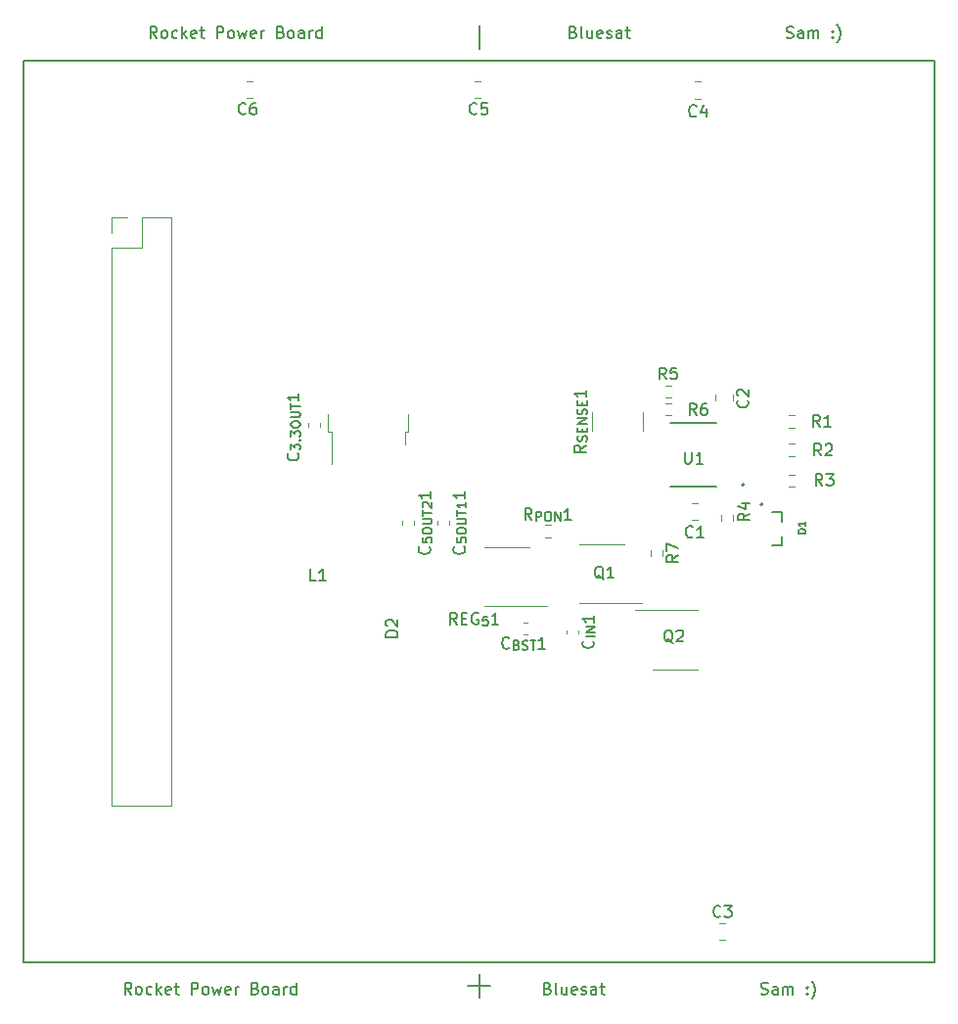
<source format=gbr>
%TF.GenerationSoftware,KiCad,Pcbnew,(6.0.5)*%
%TF.CreationDate,2022-12-11T20:22:43+11:00*%
%TF.ProjectId,Battery Board,42617474-6572-4792-9042-6f6172642e6b,1*%
%TF.SameCoordinates,Original*%
%TF.FileFunction,Legend,Top*%
%TF.FilePolarity,Positive*%
%FSLAX46Y46*%
G04 Gerber Fmt 4.6, Leading zero omitted, Abs format (unit mm)*
G04 Created by KiCad (PCBNEW (6.0.5)) date 2022-12-11 20:22:43*
%MOMM*%
%LPD*%
G01*
G04 APERTURE LIST*
%ADD10C,0.150000*%
%ADD11C,0.120000*%
%ADD12C,0.127000*%
%ADD13C,0.200000*%
G04 APERTURE END LIST*
D10*
X136585714Y-133628571D02*
X136728571Y-133676190D01*
X136776190Y-133723809D01*
X136823809Y-133819047D01*
X136823809Y-133961904D01*
X136776190Y-134057142D01*
X136728571Y-134104761D01*
X136633333Y-134152380D01*
X136252380Y-134152380D01*
X136252380Y-133152380D01*
X136585714Y-133152380D01*
X136680952Y-133200000D01*
X136728571Y-133247619D01*
X136776190Y-133342857D01*
X136776190Y-133438095D01*
X136728571Y-133533333D01*
X136680952Y-133580952D01*
X136585714Y-133628571D01*
X136252380Y-133628571D01*
X137395238Y-134152380D02*
X137300000Y-134104761D01*
X137252380Y-134009523D01*
X137252380Y-133152380D01*
X138204761Y-133485714D02*
X138204761Y-134152380D01*
X137776190Y-133485714D02*
X137776190Y-134009523D01*
X137823809Y-134104761D01*
X137919047Y-134152380D01*
X138061904Y-134152380D01*
X138157142Y-134104761D01*
X138204761Y-134057142D01*
X139061904Y-134104761D02*
X138966666Y-134152380D01*
X138776190Y-134152380D01*
X138680952Y-134104761D01*
X138633333Y-134009523D01*
X138633333Y-133628571D01*
X138680952Y-133533333D01*
X138776190Y-133485714D01*
X138966666Y-133485714D01*
X139061904Y-133533333D01*
X139109523Y-133628571D01*
X139109523Y-133723809D01*
X138633333Y-133819047D01*
X139490476Y-134104761D02*
X139585714Y-134152380D01*
X139776190Y-134152380D01*
X139871428Y-134104761D01*
X139919047Y-134009523D01*
X139919047Y-133961904D01*
X139871428Y-133866666D01*
X139776190Y-133819047D01*
X139633333Y-133819047D01*
X139538095Y-133771428D01*
X139490476Y-133676190D01*
X139490476Y-133628571D01*
X139538095Y-133533333D01*
X139633333Y-133485714D01*
X139776190Y-133485714D01*
X139871428Y-133533333D01*
X140776190Y-134152380D02*
X140776190Y-133628571D01*
X140728571Y-133533333D01*
X140633333Y-133485714D01*
X140442857Y-133485714D01*
X140347619Y-133533333D01*
X140776190Y-134104761D02*
X140680952Y-134152380D01*
X140442857Y-134152380D01*
X140347619Y-134104761D01*
X140300000Y-134009523D01*
X140300000Y-133914285D01*
X140347619Y-133819047D01*
X140442857Y-133771428D01*
X140680952Y-133771428D01*
X140776190Y-133723809D01*
X141109523Y-133485714D02*
X141490476Y-133485714D01*
X141252380Y-133152380D02*
X141252380Y-134009523D01*
X141300000Y-134104761D01*
X141395238Y-134152380D01*
X141490476Y-134152380D01*
X155042857Y-134104761D02*
X155185714Y-134152380D01*
X155423809Y-134152380D01*
X155519047Y-134104761D01*
X155566666Y-134057142D01*
X155614285Y-133961904D01*
X155614285Y-133866666D01*
X155566666Y-133771428D01*
X155519047Y-133723809D01*
X155423809Y-133676190D01*
X155233333Y-133628571D01*
X155138095Y-133580952D01*
X155090476Y-133533333D01*
X155042857Y-133438095D01*
X155042857Y-133342857D01*
X155090476Y-133247619D01*
X155138095Y-133200000D01*
X155233333Y-133152380D01*
X155471428Y-133152380D01*
X155614285Y-133200000D01*
X156471428Y-134152380D02*
X156471428Y-133628571D01*
X156423809Y-133533333D01*
X156328571Y-133485714D01*
X156138095Y-133485714D01*
X156042857Y-133533333D01*
X156471428Y-134104761D02*
X156376190Y-134152380D01*
X156138095Y-134152380D01*
X156042857Y-134104761D01*
X155995238Y-134009523D01*
X155995238Y-133914285D01*
X156042857Y-133819047D01*
X156138095Y-133771428D01*
X156376190Y-133771428D01*
X156471428Y-133723809D01*
X156947619Y-134152380D02*
X156947619Y-133485714D01*
X156947619Y-133580952D02*
X156995238Y-133533333D01*
X157090476Y-133485714D01*
X157233333Y-133485714D01*
X157328571Y-133533333D01*
X157376190Y-133628571D01*
X157376190Y-134152380D01*
X157376190Y-133628571D02*
X157423809Y-133533333D01*
X157519047Y-133485714D01*
X157661904Y-133485714D01*
X157757142Y-133533333D01*
X157804761Y-133628571D01*
X157804761Y-134152380D01*
X159042857Y-134057142D02*
X159090476Y-134104761D01*
X159042857Y-134152380D01*
X158995238Y-134104761D01*
X159042857Y-134057142D01*
X159042857Y-134152380D01*
X159042857Y-133533333D02*
X159090476Y-133580952D01*
X159042857Y-133628571D01*
X158995238Y-133580952D01*
X159042857Y-133533333D01*
X159042857Y-133628571D01*
X159423809Y-134533333D02*
X159471428Y-134485714D01*
X159566666Y-134342857D01*
X159614285Y-134247619D01*
X159661904Y-134104761D01*
X159709523Y-133866666D01*
X159709523Y-133676190D01*
X159661904Y-133438095D01*
X159614285Y-133295238D01*
X159566666Y-133200000D01*
X159471428Y-133057142D01*
X159423809Y-133009523D01*
X100566666Y-134152380D02*
X100233333Y-133676190D01*
X99995238Y-134152380D02*
X99995238Y-133152380D01*
X100376190Y-133152380D01*
X100471428Y-133200000D01*
X100519047Y-133247619D01*
X100566666Y-133342857D01*
X100566666Y-133485714D01*
X100519047Y-133580952D01*
X100471428Y-133628571D01*
X100376190Y-133676190D01*
X99995238Y-133676190D01*
X101138095Y-134152380D02*
X101042857Y-134104761D01*
X100995238Y-134057142D01*
X100947619Y-133961904D01*
X100947619Y-133676190D01*
X100995238Y-133580952D01*
X101042857Y-133533333D01*
X101138095Y-133485714D01*
X101280952Y-133485714D01*
X101376190Y-133533333D01*
X101423809Y-133580952D01*
X101471428Y-133676190D01*
X101471428Y-133961904D01*
X101423809Y-134057142D01*
X101376190Y-134104761D01*
X101280952Y-134152380D01*
X101138095Y-134152380D01*
X102328571Y-134104761D02*
X102233333Y-134152380D01*
X102042857Y-134152380D01*
X101947619Y-134104761D01*
X101900000Y-134057142D01*
X101852380Y-133961904D01*
X101852380Y-133676190D01*
X101900000Y-133580952D01*
X101947619Y-133533333D01*
X102042857Y-133485714D01*
X102233333Y-133485714D01*
X102328571Y-133533333D01*
X102757142Y-134152380D02*
X102757142Y-133152380D01*
X102852380Y-133771428D02*
X103138095Y-134152380D01*
X103138095Y-133485714D02*
X102757142Y-133866666D01*
X103947619Y-134104761D02*
X103852380Y-134152380D01*
X103661904Y-134152380D01*
X103566666Y-134104761D01*
X103519047Y-134009523D01*
X103519047Y-133628571D01*
X103566666Y-133533333D01*
X103661904Y-133485714D01*
X103852380Y-133485714D01*
X103947619Y-133533333D01*
X103995238Y-133628571D01*
X103995238Y-133723809D01*
X103519047Y-133819047D01*
X104280952Y-133485714D02*
X104661904Y-133485714D01*
X104423809Y-133152380D02*
X104423809Y-134009523D01*
X104471428Y-134104761D01*
X104566666Y-134152380D01*
X104661904Y-134152380D01*
X105757142Y-134152380D02*
X105757142Y-133152380D01*
X106138095Y-133152380D01*
X106233333Y-133200000D01*
X106280952Y-133247619D01*
X106328571Y-133342857D01*
X106328571Y-133485714D01*
X106280952Y-133580952D01*
X106233333Y-133628571D01*
X106138095Y-133676190D01*
X105757142Y-133676190D01*
X106900000Y-134152380D02*
X106804761Y-134104761D01*
X106757142Y-134057142D01*
X106709523Y-133961904D01*
X106709523Y-133676190D01*
X106757142Y-133580952D01*
X106804761Y-133533333D01*
X106900000Y-133485714D01*
X107042857Y-133485714D01*
X107138095Y-133533333D01*
X107185714Y-133580952D01*
X107233333Y-133676190D01*
X107233333Y-133961904D01*
X107185714Y-134057142D01*
X107138095Y-134104761D01*
X107042857Y-134152380D01*
X106900000Y-134152380D01*
X107566666Y-133485714D02*
X107757142Y-134152380D01*
X107947619Y-133676190D01*
X108138095Y-134152380D01*
X108328571Y-133485714D01*
X109090476Y-134104761D02*
X108995238Y-134152380D01*
X108804761Y-134152380D01*
X108709523Y-134104761D01*
X108661904Y-134009523D01*
X108661904Y-133628571D01*
X108709523Y-133533333D01*
X108804761Y-133485714D01*
X108995238Y-133485714D01*
X109090476Y-133533333D01*
X109138095Y-133628571D01*
X109138095Y-133723809D01*
X108661904Y-133819047D01*
X109566666Y-134152380D02*
X109566666Y-133485714D01*
X109566666Y-133676190D02*
X109614285Y-133580952D01*
X109661904Y-133533333D01*
X109757142Y-133485714D01*
X109852380Y-133485714D01*
X111280952Y-133628571D02*
X111423809Y-133676190D01*
X111471428Y-133723809D01*
X111519047Y-133819047D01*
X111519047Y-133961904D01*
X111471428Y-134057142D01*
X111423809Y-134104761D01*
X111328571Y-134152380D01*
X110947619Y-134152380D01*
X110947619Y-133152380D01*
X111280952Y-133152380D01*
X111376190Y-133200000D01*
X111423809Y-133247619D01*
X111471428Y-133342857D01*
X111471428Y-133438095D01*
X111423809Y-133533333D01*
X111376190Y-133580952D01*
X111280952Y-133628571D01*
X110947619Y-133628571D01*
X112090476Y-134152380D02*
X111995238Y-134104761D01*
X111947619Y-134057142D01*
X111900000Y-133961904D01*
X111900000Y-133676190D01*
X111947619Y-133580952D01*
X111995238Y-133533333D01*
X112090476Y-133485714D01*
X112233333Y-133485714D01*
X112328571Y-133533333D01*
X112376190Y-133580952D01*
X112423809Y-133676190D01*
X112423809Y-133961904D01*
X112376190Y-134057142D01*
X112328571Y-134104761D01*
X112233333Y-134152380D01*
X112090476Y-134152380D01*
X113280952Y-134152380D02*
X113280952Y-133628571D01*
X113233333Y-133533333D01*
X113138095Y-133485714D01*
X112947619Y-133485714D01*
X112852380Y-133533333D01*
X113280952Y-134104761D02*
X113185714Y-134152380D01*
X112947619Y-134152380D01*
X112852380Y-134104761D01*
X112804761Y-134009523D01*
X112804761Y-133914285D01*
X112852380Y-133819047D01*
X112947619Y-133771428D01*
X113185714Y-133771428D01*
X113280952Y-133723809D01*
X113757142Y-134152380D02*
X113757142Y-133485714D01*
X113757142Y-133676190D02*
X113804761Y-133580952D01*
X113852380Y-133533333D01*
X113947619Y-133485714D01*
X114042857Y-133485714D01*
X114804761Y-134152380D02*
X114804761Y-133152380D01*
X114804761Y-134104761D02*
X114709523Y-134152380D01*
X114519047Y-134152380D01*
X114423809Y-134104761D01*
X114376190Y-134057142D01*
X114328571Y-133961904D01*
X114328571Y-133676190D01*
X114376190Y-133580952D01*
X114423809Y-133533333D01*
X114519047Y-133485714D01*
X114709523Y-133485714D01*
X114804761Y-133533333D01*
X157242857Y-51404761D02*
X157385714Y-51452380D01*
X157623809Y-51452380D01*
X157719047Y-51404761D01*
X157766666Y-51357142D01*
X157814285Y-51261904D01*
X157814285Y-51166666D01*
X157766666Y-51071428D01*
X157719047Y-51023809D01*
X157623809Y-50976190D01*
X157433333Y-50928571D01*
X157338095Y-50880952D01*
X157290476Y-50833333D01*
X157242857Y-50738095D01*
X157242857Y-50642857D01*
X157290476Y-50547619D01*
X157338095Y-50500000D01*
X157433333Y-50452380D01*
X157671428Y-50452380D01*
X157814285Y-50500000D01*
X158671428Y-51452380D02*
X158671428Y-50928571D01*
X158623809Y-50833333D01*
X158528571Y-50785714D01*
X158338095Y-50785714D01*
X158242857Y-50833333D01*
X158671428Y-51404761D02*
X158576190Y-51452380D01*
X158338095Y-51452380D01*
X158242857Y-51404761D01*
X158195238Y-51309523D01*
X158195238Y-51214285D01*
X158242857Y-51119047D01*
X158338095Y-51071428D01*
X158576190Y-51071428D01*
X158671428Y-51023809D01*
X159147619Y-51452380D02*
X159147619Y-50785714D01*
X159147619Y-50880952D02*
X159195238Y-50833333D01*
X159290476Y-50785714D01*
X159433333Y-50785714D01*
X159528571Y-50833333D01*
X159576190Y-50928571D01*
X159576190Y-51452380D01*
X159576190Y-50928571D02*
X159623809Y-50833333D01*
X159719047Y-50785714D01*
X159861904Y-50785714D01*
X159957142Y-50833333D01*
X160004761Y-50928571D01*
X160004761Y-51452380D01*
X161242857Y-51357142D02*
X161290476Y-51404761D01*
X161242857Y-51452380D01*
X161195238Y-51404761D01*
X161242857Y-51357142D01*
X161242857Y-51452380D01*
X161242857Y-50833333D02*
X161290476Y-50880952D01*
X161242857Y-50928571D01*
X161195238Y-50880952D01*
X161242857Y-50833333D01*
X161242857Y-50928571D01*
X161623809Y-51833333D02*
X161671428Y-51785714D01*
X161766666Y-51642857D01*
X161814285Y-51547619D01*
X161861904Y-51404761D01*
X161909523Y-51166666D01*
X161909523Y-50976190D01*
X161861904Y-50738095D01*
X161814285Y-50595238D01*
X161766666Y-50500000D01*
X161671428Y-50357142D01*
X161623809Y-50309523D01*
X138785714Y-50928571D02*
X138928571Y-50976190D01*
X138976190Y-51023809D01*
X139023809Y-51119047D01*
X139023809Y-51261904D01*
X138976190Y-51357142D01*
X138928571Y-51404761D01*
X138833333Y-51452380D01*
X138452380Y-51452380D01*
X138452380Y-50452380D01*
X138785714Y-50452380D01*
X138880952Y-50500000D01*
X138928571Y-50547619D01*
X138976190Y-50642857D01*
X138976190Y-50738095D01*
X138928571Y-50833333D01*
X138880952Y-50880952D01*
X138785714Y-50928571D01*
X138452380Y-50928571D01*
X139595238Y-51452380D02*
X139500000Y-51404761D01*
X139452380Y-51309523D01*
X139452380Y-50452380D01*
X140404761Y-50785714D02*
X140404761Y-51452380D01*
X139976190Y-50785714D02*
X139976190Y-51309523D01*
X140023809Y-51404761D01*
X140119047Y-51452380D01*
X140261904Y-51452380D01*
X140357142Y-51404761D01*
X140404761Y-51357142D01*
X141261904Y-51404761D02*
X141166666Y-51452380D01*
X140976190Y-51452380D01*
X140880952Y-51404761D01*
X140833333Y-51309523D01*
X140833333Y-50928571D01*
X140880952Y-50833333D01*
X140976190Y-50785714D01*
X141166666Y-50785714D01*
X141261904Y-50833333D01*
X141309523Y-50928571D01*
X141309523Y-51023809D01*
X140833333Y-51119047D01*
X141690476Y-51404761D02*
X141785714Y-51452380D01*
X141976190Y-51452380D01*
X142071428Y-51404761D01*
X142119047Y-51309523D01*
X142119047Y-51261904D01*
X142071428Y-51166666D01*
X141976190Y-51119047D01*
X141833333Y-51119047D01*
X141738095Y-51071428D01*
X141690476Y-50976190D01*
X141690476Y-50928571D01*
X141738095Y-50833333D01*
X141833333Y-50785714D01*
X141976190Y-50785714D01*
X142071428Y-50833333D01*
X142976190Y-51452380D02*
X142976190Y-50928571D01*
X142928571Y-50833333D01*
X142833333Y-50785714D01*
X142642857Y-50785714D01*
X142547619Y-50833333D01*
X142976190Y-51404761D02*
X142880952Y-51452380D01*
X142642857Y-51452380D01*
X142547619Y-51404761D01*
X142500000Y-51309523D01*
X142500000Y-51214285D01*
X142547619Y-51119047D01*
X142642857Y-51071428D01*
X142880952Y-51071428D01*
X142976190Y-51023809D01*
X143309523Y-50785714D02*
X143690476Y-50785714D01*
X143452380Y-50452380D02*
X143452380Y-51309523D01*
X143500000Y-51404761D01*
X143595238Y-51452380D01*
X143690476Y-51452380D01*
X102766666Y-51452380D02*
X102433333Y-50976190D01*
X102195238Y-51452380D02*
X102195238Y-50452380D01*
X102576190Y-50452380D01*
X102671428Y-50500000D01*
X102719047Y-50547619D01*
X102766666Y-50642857D01*
X102766666Y-50785714D01*
X102719047Y-50880952D01*
X102671428Y-50928571D01*
X102576190Y-50976190D01*
X102195238Y-50976190D01*
X103338095Y-51452380D02*
X103242857Y-51404761D01*
X103195238Y-51357142D01*
X103147619Y-51261904D01*
X103147619Y-50976190D01*
X103195238Y-50880952D01*
X103242857Y-50833333D01*
X103338095Y-50785714D01*
X103480952Y-50785714D01*
X103576190Y-50833333D01*
X103623809Y-50880952D01*
X103671428Y-50976190D01*
X103671428Y-51261904D01*
X103623809Y-51357142D01*
X103576190Y-51404761D01*
X103480952Y-51452380D01*
X103338095Y-51452380D01*
X104528571Y-51404761D02*
X104433333Y-51452380D01*
X104242857Y-51452380D01*
X104147619Y-51404761D01*
X104100000Y-51357142D01*
X104052380Y-51261904D01*
X104052380Y-50976190D01*
X104100000Y-50880952D01*
X104147619Y-50833333D01*
X104242857Y-50785714D01*
X104433333Y-50785714D01*
X104528571Y-50833333D01*
X104957142Y-51452380D02*
X104957142Y-50452380D01*
X105052380Y-51071428D02*
X105338095Y-51452380D01*
X105338095Y-50785714D02*
X104957142Y-51166666D01*
X106147619Y-51404761D02*
X106052380Y-51452380D01*
X105861904Y-51452380D01*
X105766666Y-51404761D01*
X105719047Y-51309523D01*
X105719047Y-50928571D01*
X105766666Y-50833333D01*
X105861904Y-50785714D01*
X106052380Y-50785714D01*
X106147619Y-50833333D01*
X106195238Y-50928571D01*
X106195238Y-51023809D01*
X105719047Y-51119047D01*
X106480952Y-50785714D02*
X106861904Y-50785714D01*
X106623809Y-50452380D02*
X106623809Y-51309523D01*
X106671428Y-51404761D01*
X106766666Y-51452380D01*
X106861904Y-51452380D01*
X107957142Y-51452380D02*
X107957142Y-50452380D01*
X108338095Y-50452380D01*
X108433333Y-50500000D01*
X108480952Y-50547619D01*
X108528571Y-50642857D01*
X108528571Y-50785714D01*
X108480952Y-50880952D01*
X108433333Y-50928571D01*
X108338095Y-50976190D01*
X107957142Y-50976190D01*
X109100000Y-51452380D02*
X109004761Y-51404761D01*
X108957142Y-51357142D01*
X108909523Y-51261904D01*
X108909523Y-50976190D01*
X108957142Y-50880952D01*
X109004761Y-50833333D01*
X109100000Y-50785714D01*
X109242857Y-50785714D01*
X109338095Y-50833333D01*
X109385714Y-50880952D01*
X109433333Y-50976190D01*
X109433333Y-51261904D01*
X109385714Y-51357142D01*
X109338095Y-51404761D01*
X109242857Y-51452380D01*
X109100000Y-51452380D01*
X109766666Y-50785714D02*
X109957142Y-51452380D01*
X110147619Y-50976190D01*
X110338095Y-51452380D01*
X110528571Y-50785714D01*
X111290476Y-51404761D02*
X111195238Y-51452380D01*
X111004761Y-51452380D01*
X110909523Y-51404761D01*
X110861904Y-51309523D01*
X110861904Y-50928571D01*
X110909523Y-50833333D01*
X111004761Y-50785714D01*
X111195238Y-50785714D01*
X111290476Y-50833333D01*
X111338095Y-50928571D01*
X111338095Y-51023809D01*
X110861904Y-51119047D01*
X111766666Y-51452380D02*
X111766666Y-50785714D01*
X111766666Y-50976190D02*
X111814285Y-50880952D01*
X111861904Y-50833333D01*
X111957142Y-50785714D01*
X112052380Y-50785714D01*
X113480952Y-50928571D02*
X113623809Y-50976190D01*
X113671428Y-51023809D01*
X113719047Y-51119047D01*
X113719047Y-51261904D01*
X113671428Y-51357142D01*
X113623809Y-51404761D01*
X113528571Y-51452380D01*
X113147619Y-51452380D01*
X113147619Y-50452380D01*
X113480952Y-50452380D01*
X113576190Y-50500000D01*
X113623809Y-50547619D01*
X113671428Y-50642857D01*
X113671428Y-50738095D01*
X113623809Y-50833333D01*
X113576190Y-50880952D01*
X113480952Y-50928571D01*
X113147619Y-50928571D01*
X114290476Y-51452380D02*
X114195238Y-51404761D01*
X114147619Y-51357142D01*
X114100000Y-51261904D01*
X114100000Y-50976190D01*
X114147619Y-50880952D01*
X114195238Y-50833333D01*
X114290476Y-50785714D01*
X114433333Y-50785714D01*
X114528571Y-50833333D01*
X114576190Y-50880952D01*
X114623809Y-50976190D01*
X114623809Y-51261904D01*
X114576190Y-51357142D01*
X114528571Y-51404761D01*
X114433333Y-51452380D01*
X114290476Y-51452380D01*
X115480952Y-51452380D02*
X115480952Y-50928571D01*
X115433333Y-50833333D01*
X115338095Y-50785714D01*
X115147619Y-50785714D01*
X115052380Y-50833333D01*
X115480952Y-51404761D02*
X115385714Y-51452380D01*
X115147619Y-51452380D01*
X115052380Y-51404761D01*
X115004761Y-51309523D01*
X115004761Y-51214285D01*
X115052380Y-51119047D01*
X115147619Y-51071428D01*
X115385714Y-51071428D01*
X115480952Y-51023809D01*
X115957142Y-51452380D02*
X115957142Y-50785714D01*
X115957142Y-50976190D02*
X116004761Y-50880952D01*
X116052380Y-50833333D01*
X116147619Y-50785714D01*
X116242857Y-50785714D01*
X117004761Y-51452380D02*
X117004761Y-50452380D01*
X117004761Y-51404761D02*
X116909523Y-51452380D01*
X116719047Y-51452380D01*
X116623809Y-51404761D01*
X116576190Y-51357142D01*
X116528571Y-51261904D01*
X116528571Y-50976190D01*
X116576190Y-50880952D01*
X116623809Y-50833333D01*
X116719047Y-50785714D01*
X116909523Y-50785714D01*
X117004761Y-50833333D01*
%TO.C,R_{SENSE}1*%
X139872380Y-86671428D02*
X139396190Y-87004761D01*
X139872380Y-87242857D02*
X138872380Y-87242857D01*
X138872380Y-86861904D01*
X138920000Y-86766666D01*
X138967619Y-86719047D01*
X139062857Y-86671428D01*
X139205714Y-86671428D01*
X139300952Y-86719047D01*
X139348571Y-86766666D01*
X139396190Y-86861904D01*
X139396190Y-87242857D01*
X139943809Y-86328571D02*
X139981904Y-86214285D01*
X139981904Y-86023809D01*
X139943809Y-85947619D01*
X139905714Y-85909523D01*
X139829523Y-85871428D01*
X139753333Y-85871428D01*
X139677142Y-85909523D01*
X139639047Y-85947619D01*
X139600952Y-86023809D01*
X139562857Y-86176190D01*
X139524761Y-86252380D01*
X139486666Y-86290476D01*
X139410476Y-86328571D01*
X139334285Y-86328571D01*
X139258095Y-86290476D01*
X139220000Y-86252380D01*
X139181904Y-86176190D01*
X139181904Y-85985714D01*
X139220000Y-85871428D01*
X139562857Y-85528571D02*
X139562857Y-85261904D01*
X139981904Y-85147619D02*
X139981904Y-85528571D01*
X139181904Y-85528571D01*
X139181904Y-85147619D01*
X139981904Y-84804761D02*
X139181904Y-84804761D01*
X139981904Y-84347619D01*
X139181904Y-84347619D01*
X139943809Y-84004761D02*
X139981904Y-83890476D01*
X139981904Y-83700000D01*
X139943809Y-83623809D01*
X139905714Y-83585714D01*
X139829523Y-83547619D01*
X139753333Y-83547619D01*
X139677142Y-83585714D01*
X139639047Y-83623809D01*
X139600952Y-83700000D01*
X139562857Y-83852380D01*
X139524761Y-83928571D01*
X139486666Y-83966666D01*
X139410476Y-84004761D01*
X139334285Y-84004761D01*
X139258095Y-83966666D01*
X139220000Y-83928571D01*
X139181904Y-83852380D01*
X139181904Y-83661904D01*
X139220000Y-83547619D01*
X139562857Y-83204761D02*
X139562857Y-82938095D01*
X139981904Y-82823809D02*
X139981904Y-83204761D01*
X139181904Y-83204761D01*
X139181904Y-82823809D01*
X139872380Y-81909523D02*
X139872380Y-82480952D01*
X139872380Y-82195238D02*
X138872380Y-82195238D01*
X139015238Y-82290476D01*
X139110476Y-82385714D01*
X139158095Y-82480952D01*
%TO.C,C5*%
X130433333Y-57957142D02*
X130385714Y-58004761D01*
X130242857Y-58052380D01*
X130147619Y-58052380D01*
X130004761Y-58004761D01*
X129909523Y-57909523D01*
X129861904Y-57814285D01*
X129814285Y-57623809D01*
X129814285Y-57480952D01*
X129861904Y-57290476D01*
X129909523Y-57195238D01*
X130004761Y-57100000D01*
X130147619Y-57052380D01*
X130242857Y-57052380D01*
X130385714Y-57100000D01*
X130433333Y-57147619D01*
X131338095Y-57052380D02*
X130861904Y-57052380D01*
X130814285Y-57528571D01*
X130861904Y-57480952D01*
X130957142Y-57433333D01*
X131195238Y-57433333D01*
X131290476Y-57480952D01*
X131338095Y-57528571D01*
X131385714Y-57623809D01*
X131385714Y-57861904D01*
X131338095Y-57957142D01*
X131290476Y-58004761D01*
X131195238Y-58052380D01*
X130957142Y-58052380D01*
X130861904Y-58004761D01*
X130814285Y-57957142D01*
%TO.C,L1*%
X116521333Y-98360380D02*
X116045142Y-98360380D01*
X116045142Y-97360380D01*
X117378476Y-98360380D02*
X116807047Y-98360380D01*
X117092761Y-98360380D02*
X117092761Y-97360380D01*
X116997523Y-97503238D01*
X116902285Y-97598476D01*
X116807047Y-97646095D01*
%TO.C,C6*%
X110433333Y-57957142D02*
X110385714Y-58004761D01*
X110242857Y-58052380D01*
X110147619Y-58052380D01*
X110004761Y-58004761D01*
X109909523Y-57909523D01*
X109861904Y-57814285D01*
X109814285Y-57623809D01*
X109814285Y-57480952D01*
X109861904Y-57290476D01*
X109909523Y-57195238D01*
X110004761Y-57100000D01*
X110147619Y-57052380D01*
X110242857Y-57052380D01*
X110385714Y-57100000D01*
X110433333Y-57147619D01*
X111290476Y-57052380D02*
X111100000Y-57052380D01*
X111004761Y-57100000D01*
X110957142Y-57147619D01*
X110861904Y-57290476D01*
X110814285Y-57480952D01*
X110814285Y-57861904D01*
X110861904Y-57957142D01*
X110909523Y-58004761D01*
X111004761Y-58052380D01*
X111195238Y-58052380D01*
X111290476Y-58004761D01*
X111338095Y-57957142D01*
X111385714Y-57861904D01*
X111385714Y-57623809D01*
X111338095Y-57528571D01*
X111290476Y-57480952D01*
X111195238Y-57433333D01*
X111004761Y-57433333D01*
X110909523Y-57480952D01*
X110861904Y-57528571D01*
X110814285Y-57623809D01*
%TO.C,C_{IN}1*%
X140487142Y-103576190D02*
X140534761Y-103623809D01*
X140582380Y-103766666D01*
X140582380Y-103861904D01*
X140534761Y-104004761D01*
X140439523Y-104100000D01*
X140344285Y-104147619D01*
X140153809Y-104195238D01*
X140010952Y-104195238D01*
X139820476Y-104147619D01*
X139725238Y-104100000D01*
X139630000Y-104004761D01*
X139582380Y-103861904D01*
X139582380Y-103766666D01*
X139630000Y-103623809D01*
X139677619Y-103576190D01*
X140691904Y-103195238D02*
X139891904Y-103195238D01*
X140691904Y-102814285D02*
X139891904Y-102814285D01*
X140691904Y-102357142D01*
X139891904Y-102357142D01*
X140582380Y-101404761D02*
X140582380Y-101976190D01*
X140582380Y-101690476D02*
X139582380Y-101690476D01*
X139725238Y-101785714D01*
X139820476Y-101880952D01*
X139868095Y-101976190D01*
%TO.C,U1*%
X148438095Y-87252380D02*
X148438095Y-88061904D01*
X148485714Y-88157142D01*
X148533333Y-88204761D01*
X148628571Y-88252380D01*
X148819047Y-88252380D01*
X148914285Y-88204761D01*
X148961904Y-88157142D01*
X149009523Y-88061904D01*
X149009523Y-87252380D01*
X150009523Y-88252380D02*
X149438095Y-88252380D01*
X149723809Y-88252380D02*
X149723809Y-87252380D01*
X149628571Y-87395238D01*
X149533333Y-87490476D01*
X149438095Y-87538095D01*
%TO.C,C_{5OUT1}1*%
X129325142Y-95441928D02*
X129372761Y-95489547D01*
X129420380Y-95632404D01*
X129420380Y-95727642D01*
X129372761Y-95870500D01*
X129277523Y-95965738D01*
X129182285Y-96013357D01*
X128991809Y-96060976D01*
X128848952Y-96060976D01*
X128658476Y-96013357D01*
X128563238Y-95965738D01*
X128468000Y-95870500D01*
X128420380Y-95727642D01*
X128420380Y-95632404D01*
X128468000Y-95489547D01*
X128515619Y-95441928D01*
X128729904Y-94680023D02*
X128729904Y-95060976D01*
X129110857Y-95099071D01*
X129072761Y-95060976D01*
X129034666Y-94984785D01*
X129034666Y-94794309D01*
X129072761Y-94718119D01*
X129110857Y-94680023D01*
X129187047Y-94641928D01*
X129377523Y-94641928D01*
X129453714Y-94680023D01*
X129491809Y-94718119D01*
X129529904Y-94794309D01*
X129529904Y-94984785D01*
X129491809Y-95060976D01*
X129453714Y-95099071D01*
X128729904Y-94146690D02*
X128729904Y-93994309D01*
X128768000Y-93918119D01*
X128844190Y-93841928D01*
X128996571Y-93803833D01*
X129263238Y-93803833D01*
X129415619Y-93841928D01*
X129491809Y-93918119D01*
X129529904Y-93994309D01*
X129529904Y-94146690D01*
X129491809Y-94222880D01*
X129415619Y-94299071D01*
X129263238Y-94337166D01*
X128996571Y-94337166D01*
X128844190Y-94299071D01*
X128768000Y-94222880D01*
X128729904Y-94146690D01*
X128729904Y-93460976D02*
X129377523Y-93460976D01*
X129453714Y-93422880D01*
X129491809Y-93384785D01*
X129529904Y-93308595D01*
X129529904Y-93156214D01*
X129491809Y-93080023D01*
X129453714Y-93041928D01*
X129377523Y-93003833D01*
X128729904Y-93003833D01*
X128729904Y-92737166D02*
X128729904Y-92280023D01*
X129529904Y-92508595D02*
X128729904Y-92508595D01*
X129529904Y-91594309D02*
X129529904Y-92051452D01*
X129529904Y-91822880D02*
X128729904Y-91822880D01*
X128844190Y-91899071D01*
X128920380Y-91975261D01*
X128958476Y-92051452D01*
X129420380Y-90680023D02*
X129420380Y-91251452D01*
X129420380Y-90965738D02*
X128420380Y-90965738D01*
X128563238Y-91060976D01*
X128658476Y-91156214D01*
X128706095Y-91251452D01*
%TO.C,REG_{5}1*%
X128700000Y-102152380D02*
X128366666Y-101676190D01*
X128128571Y-102152380D02*
X128128571Y-101152380D01*
X128509523Y-101152380D01*
X128604761Y-101200000D01*
X128652380Y-101247619D01*
X128700000Y-101342857D01*
X128700000Y-101485714D01*
X128652380Y-101580952D01*
X128604761Y-101628571D01*
X128509523Y-101676190D01*
X128128571Y-101676190D01*
X129128571Y-101628571D02*
X129461904Y-101628571D01*
X129604761Y-102152380D02*
X129128571Y-102152380D01*
X129128571Y-101152380D01*
X129604761Y-101152380D01*
X130557142Y-101200000D02*
X130461904Y-101152380D01*
X130319047Y-101152380D01*
X130176190Y-101200000D01*
X130080952Y-101295238D01*
X130033333Y-101390476D01*
X129985714Y-101580952D01*
X129985714Y-101723809D01*
X130033333Y-101914285D01*
X130080952Y-102009523D01*
X130176190Y-102104761D01*
X130319047Y-102152380D01*
X130414285Y-102152380D01*
X130557142Y-102104761D01*
X130604761Y-102057142D01*
X130604761Y-101723809D01*
X130414285Y-101723809D01*
X131366666Y-101461904D02*
X130985714Y-101461904D01*
X130947619Y-101842857D01*
X130985714Y-101804761D01*
X131061904Y-101766666D01*
X131252380Y-101766666D01*
X131328571Y-101804761D01*
X131366666Y-101842857D01*
X131404761Y-101919047D01*
X131404761Y-102109523D01*
X131366666Y-102185714D01*
X131328571Y-102223809D01*
X131252380Y-102261904D01*
X131061904Y-102261904D01*
X130985714Y-102223809D01*
X130947619Y-102185714D01*
X132319047Y-102152380D02*
X131747619Y-102152380D01*
X132033333Y-102152380D02*
X132033333Y-101152380D01*
X131938095Y-101295238D01*
X131842857Y-101390476D01*
X131747619Y-101438095D01*
%TO.C,D1*%
X158889523Y-94272380D02*
X158249523Y-94272380D01*
X158249523Y-94120000D01*
X158280000Y-94028571D01*
X158340952Y-93967619D01*
X158401904Y-93937142D01*
X158523809Y-93906666D01*
X158615238Y-93906666D01*
X158737142Y-93937142D01*
X158798095Y-93967619D01*
X158859047Y-94028571D01*
X158889523Y-94120000D01*
X158889523Y-94272380D01*
X158889523Y-93297142D02*
X158889523Y-93662857D01*
X158889523Y-93480000D02*
X158249523Y-93480000D01*
X158340952Y-93540952D01*
X158401904Y-93601904D01*
X158432380Y-93662857D01*
%TO.C,D2*%
X123590380Y-103246095D02*
X122590380Y-103246095D01*
X122590380Y-103008000D01*
X122638000Y-102865142D01*
X122733238Y-102769904D01*
X122828476Y-102722285D01*
X123018952Y-102674666D01*
X123161809Y-102674666D01*
X123352285Y-102722285D01*
X123447523Y-102769904D01*
X123542761Y-102865142D01*
X123590380Y-103008000D01*
X123590380Y-103246095D01*
X122685619Y-102293714D02*
X122638000Y-102246095D01*
X122590380Y-102150857D01*
X122590380Y-101912761D01*
X122638000Y-101817523D01*
X122685619Y-101769904D01*
X122780857Y-101722285D01*
X122876095Y-101722285D01*
X123018952Y-101769904D01*
X123590380Y-102341333D01*
X123590380Y-101722285D01*
%TO.C,R7*%
X147874380Y-96142666D02*
X147398190Y-96476000D01*
X147874380Y-96714095D02*
X146874380Y-96714095D01*
X146874380Y-96333142D01*
X146922000Y-96237904D01*
X146969619Y-96190285D01*
X147064857Y-96142666D01*
X147207714Y-96142666D01*
X147302952Y-96190285D01*
X147350571Y-96237904D01*
X147398190Y-96333142D01*
X147398190Y-96714095D01*
X146874380Y-95809333D02*
X146874380Y-95142666D01*
X147874380Y-95571238D01*
%TO.C,C1*%
X149127333Y-94557142D02*
X149079714Y-94604761D01*
X148936857Y-94652380D01*
X148841619Y-94652380D01*
X148698761Y-94604761D01*
X148603523Y-94509523D01*
X148555904Y-94414285D01*
X148508285Y-94223809D01*
X148508285Y-94080952D01*
X148555904Y-93890476D01*
X148603523Y-93795238D01*
X148698761Y-93700000D01*
X148841619Y-93652380D01*
X148936857Y-93652380D01*
X149079714Y-93700000D01*
X149127333Y-93747619D01*
X150079714Y-94652380D02*
X149508285Y-94652380D01*
X149794000Y-94652380D02*
X149794000Y-93652380D01*
X149698761Y-93795238D01*
X149603523Y-93890476D01*
X149508285Y-93938095D01*
%TO.C,C_{5OUT2}1*%
X126325142Y-95441928D02*
X126372761Y-95489547D01*
X126420380Y-95632404D01*
X126420380Y-95727642D01*
X126372761Y-95870500D01*
X126277523Y-95965738D01*
X126182285Y-96013357D01*
X125991809Y-96060976D01*
X125848952Y-96060976D01*
X125658476Y-96013357D01*
X125563238Y-95965738D01*
X125468000Y-95870500D01*
X125420380Y-95727642D01*
X125420380Y-95632404D01*
X125468000Y-95489547D01*
X125515619Y-95441928D01*
X125729904Y-94680023D02*
X125729904Y-95060976D01*
X126110857Y-95099071D01*
X126072761Y-95060976D01*
X126034666Y-94984785D01*
X126034666Y-94794309D01*
X126072761Y-94718119D01*
X126110857Y-94680023D01*
X126187047Y-94641928D01*
X126377523Y-94641928D01*
X126453714Y-94680023D01*
X126491809Y-94718119D01*
X126529904Y-94794309D01*
X126529904Y-94984785D01*
X126491809Y-95060976D01*
X126453714Y-95099071D01*
X125729904Y-94146690D02*
X125729904Y-93994309D01*
X125768000Y-93918119D01*
X125844190Y-93841928D01*
X125996571Y-93803833D01*
X126263238Y-93803833D01*
X126415619Y-93841928D01*
X126491809Y-93918119D01*
X126529904Y-93994309D01*
X126529904Y-94146690D01*
X126491809Y-94222880D01*
X126415619Y-94299071D01*
X126263238Y-94337166D01*
X125996571Y-94337166D01*
X125844190Y-94299071D01*
X125768000Y-94222880D01*
X125729904Y-94146690D01*
X125729904Y-93460976D02*
X126377523Y-93460976D01*
X126453714Y-93422880D01*
X126491809Y-93384785D01*
X126529904Y-93308595D01*
X126529904Y-93156214D01*
X126491809Y-93080023D01*
X126453714Y-93041928D01*
X126377523Y-93003833D01*
X125729904Y-93003833D01*
X125729904Y-92737166D02*
X125729904Y-92280023D01*
X126529904Y-92508595D02*
X125729904Y-92508595D01*
X125806095Y-92051452D02*
X125768000Y-92013357D01*
X125729904Y-91937166D01*
X125729904Y-91746690D01*
X125768000Y-91670500D01*
X125806095Y-91632404D01*
X125882285Y-91594309D01*
X125958476Y-91594309D01*
X126072761Y-91632404D01*
X126529904Y-92089547D01*
X126529904Y-91594309D01*
X126420380Y-90680023D02*
X126420380Y-91251452D01*
X126420380Y-90965738D02*
X125420380Y-90965738D01*
X125563238Y-91060976D01*
X125658476Y-91156214D01*
X125706095Y-91251452D01*
%TO.C,R1*%
X160133333Y-85052380D02*
X159800000Y-84576190D01*
X159561904Y-85052380D02*
X159561904Y-84052380D01*
X159942857Y-84052380D01*
X160038095Y-84100000D01*
X160085714Y-84147619D01*
X160133333Y-84242857D01*
X160133333Y-84385714D01*
X160085714Y-84480952D01*
X160038095Y-84528571D01*
X159942857Y-84576190D01*
X159561904Y-84576190D01*
X161085714Y-85052380D02*
X160514285Y-85052380D01*
X160800000Y-85052380D02*
X160800000Y-84052380D01*
X160704761Y-84195238D01*
X160609523Y-84290476D01*
X160514285Y-84338095D01*
%TO.C,C_{3.3OUT}1*%
X114957142Y-87361904D02*
X115004761Y-87409523D01*
X115052380Y-87552380D01*
X115052380Y-87647619D01*
X115004761Y-87790476D01*
X114909523Y-87885714D01*
X114814285Y-87933333D01*
X114623809Y-87980952D01*
X114480952Y-87980952D01*
X114290476Y-87933333D01*
X114195238Y-87885714D01*
X114100000Y-87790476D01*
X114052380Y-87647619D01*
X114052380Y-87552380D01*
X114100000Y-87409523D01*
X114147619Y-87361904D01*
X114361904Y-87057142D02*
X114361904Y-86561904D01*
X114666666Y-86828571D01*
X114666666Y-86714285D01*
X114704761Y-86638095D01*
X114742857Y-86600000D01*
X114819047Y-86561904D01*
X115009523Y-86561904D01*
X115085714Y-86600000D01*
X115123809Y-86638095D01*
X115161904Y-86714285D01*
X115161904Y-86942857D01*
X115123809Y-87019047D01*
X115085714Y-87057142D01*
X115085714Y-86219047D02*
X115123809Y-86180952D01*
X115161904Y-86219047D01*
X115123809Y-86257142D01*
X115085714Y-86219047D01*
X115161904Y-86219047D01*
X114361904Y-85914285D02*
X114361904Y-85419047D01*
X114666666Y-85685714D01*
X114666666Y-85571428D01*
X114704761Y-85495238D01*
X114742857Y-85457142D01*
X114819047Y-85419047D01*
X115009523Y-85419047D01*
X115085714Y-85457142D01*
X115123809Y-85495238D01*
X115161904Y-85571428D01*
X115161904Y-85800000D01*
X115123809Y-85876190D01*
X115085714Y-85914285D01*
X114361904Y-84923809D02*
X114361904Y-84771428D01*
X114400000Y-84695238D01*
X114476190Y-84619047D01*
X114628571Y-84580952D01*
X114895238Y-84580952D01*
X115047619Y-84619047D01*
X115123809Y-84695238D01*
X115161904Y-84771428D01*
X115161904Y-84923809D01*
X115123809Y-85000000D01*
X115047619Y-85076190D01*
X114895238Y-85114285D01*
X114628571Y-85114285D01*
X114476190Y-85076190D01*
X114400000Y-85000000D01*
X114361904Y-84923809D01*
X114361904Y-84238095D02*
X115009523Y-84238095D01*
X115085714Y-84200000D01*
X115123809Y-84161904D01*
X115161904Y-84085714D01*
X115161904Y-83933333D01*
X115123809Y-83857142D01*
X115085714Y-83819047D01*
X115009523Y-83780952D01*
X114361904Y-83780952D01*
X114361904Y-83514285D02*
X114361904Y-83057142D01*
X115161904Y-83285714D02*
X114361904Y-83285714D01*
X115052380Y-82219047D02*
X115052380Y-82790476D01*
X115052380Y-82504761D02*
X114052380Y-82504761D01*
X114195238Y-82600000D01*
X114290476Y-82695238D01*
X114338095Y-82790476D01*
%TO.C,R3*%
X160333333Y-90152380D02*
X160000000Y-89676190D01*
X159761904Y-90152380D02*
X159761904Y-89152380D01*
X160142857Y-89152380D01*
X160238095Y-89200000D01*
X160285714Y-89247619D01*
X160333333Y-89342857D01*
X160333333Y-89485714D01*
X160285714Y-89580952D01*
X160238095Y-89628571D01*
X160142857Y-89676190D01*
X159761904Y-89676190D01*
X160666666Y-89152380D02*
X161285714Y-89152380D01*
X160952380Y-89533333D01*
X161095238Y-89533333D01*
X161190476Y-89580952D01*
X161238095Y-89628571D01*
X161285714Y-89723809D01*
X161285714Y-89961904D01*
X161238095Y-90057142D01*
X161190476Y-90104761D01*
X161095238Y-90152380D01*
X160809523Y-90152380D01*
X160714285Y-90104761D01*
X160666666Y-90057142D01*
%TO.C,R4*%
X154052380Y-92566666D02*
X153576190Y-92900000D01*
X154052380Y-93138095D02*
X153052380Y-93138095D01*
X153052380Y-92757142D01*
X153100000Y-92661904D01*
X153147619Y-92614285D01*
X153242857Y-92566666D01*
X153385714Y-92566666D01*
X153480952Y-92614285D01*
X153528571Y-92661904D01*
X153576190Y-92757142D01*
X153576190Y-93138095D01*
X153385714Y-91709523D02*
X154052380Y-91709523D01*
X153004761Y-91947619D02*
X153719047Y-92185714D01*
X153719047Y-91566666D01*
%TO.C,Q1*%
X141404761Y-98247619D02*
X141309523Y-98200000D01*
X141214285Y-98104761D01*
X141071428Y-97961904D01*
X140976190Y-97914285D01*
X140880952Y-97914285D01*
X140928571Y-98152380D02*
X140833333Y-98104761D01*
X140738095Y-98009523D01*
X140690476Y-97819047D01*
X140690476Y-97485714D01*
X140738095Y-97295238D01*
X140833333Y-97200000D01*
X140928571Y-97152380D01*
X141119047Y-97152380D01*
X141214285Y-97200000D01*
X141309523Y-97295238D01*
X141357142Y-97485714D01*
X141357142Y-97819047D01*
X141309523Y-98009523D01*
X141214285Y-98104761D01*
X141119047Y-98152380D01*
X140928571Y-98152380D01*
X142309523Y-98152380D02*
X141738095Y-98152380D01*
X142023809Y-98152380D02*
X142023809Y-97152380D01*
X141928571Y-97295238D01*
X141833333Y-97390476D01*
X141738095Y-97438095D01*
%TO.C,R5*%
X146833333Y-80952380D02*
X146500000Y-80476190D01*
X146261904Y-80952380D02*
X146261904Y-79952380D01*
X146642857Y-79952380D01*
X146738095Y-80000000D01*
X146785714Y-80047619D01*
X146833333Y-80142857D01*
X146833333Y-80285714D01*
X146785714Y-80380952D01*
X146738095Y-80428571D01*
X146642857Y-80476190D01*
X146261904Y-80476190D01*
X147738095Y-79952380D02*
X147261904Y-79952380D01*
X147214285Y-80428571D01*
X147261904Y-80380952D01*
X147357142Y-80333333D01*
X147595238Y-80333333D01*
X147690476Y-80380952D01*
X147738095Y-80428571D01*
X147785714Y-80523809D01*
X147785714Y-80761904D01*
X147738095Y-80857142D01*
X147690476Y-80904761D01*
X147595238Y-80952380D01*
X147357142Y-80952380D01*
X147261904Y-80904761D01*
X147214285Y-80857142D01*
%TO.C,C2*%
X153857142Y-82766666D02*
X153904761Y-82814285D01*
X153952380Y-82957142D01*
X153952380Y-83052380D01*
X153904761Y-83195238D01*
X153809523Y-83290476D01*
X153714285Y-83338095D01*
X153523809Y-83385714D01*
X153380952Y-83385714D01*
X153190476Y-83338095D01*
X153095238Y-83290476D01*
X153000000Y-83195238D01*
X152952380Y-83052380D01*
X152952380Y-82957142D01*
X153000000Y-82814285D01*
X153047619Y-82766666D01*
X153047619Y-82385714D02*
X153000000Y-82338095D01*
X152952380Y-82242857D01*
X152952380Y-82004761D01*
X153000000Y-81909523D01*
X153047619Y-81861904D01*
X153142857Y-81814285D01*
X153238095Y-81814285D01*
X153380952Y-81861904D01*
X153952380Y-82433333D01*
X153952380Y-81814285D01*
%TO.C,Q2*%
X147404761Y-103747619D02*
X147309523Y-103700000D01*
X147214285Y-103604761D01*
X147071428Y-103461904D01*
X146976190Y-103414285D01*
X146880952Y-103414285D01*
X146928571Y-103652380D02*
X146833333Y-103604761D01*
X146738095Y-103509523D01*
X146690476Y-103319047D01*
X146690476Y-102985714D01*
X146738095Y-102795238D01*
X146833333Y-102700000D01*
X146928571Y-102652380D01*
X147119047Y-102652380D01*
X147214285Y-102700000D01*
X147309523Y-102795238D01*
X147357142Y-102985714D01*
X147357142Y-103319047D01*
X147309523Y-103509523D01*
X147214285Y-103604761D01*
X147119047Y-103652380D01*
X146928571Y-103652380D01*
X147738095Y-102747619D02*
X147785714Y-102700000D01*
X147880952Y-102652380D01*
X148119047Y-102652380D01*
X148214285Y-102700000D01*
X148261904Y-102747619D01*
X148309523Y-102842857D01*
X148309523Y-102938095D01*
X148261904Y-103080952D01*
X147690476Y-103652380D01*
X148309523Y-103652380D01*
%TO.C,C4*%
X149433333Y-58157142D02*
X149385714Y-58204761D01*
X149242857Y-58252380D01*
X149147619Y-58252380D01*
X149004761Y-58204761D01*
X148909523Y-58109523D01*
X148861904Y-58014285D01*
X148814285Y-57823809D01*
X148814285Y-57680952D01*
X148861904Y-57490476D01*
X148909523Y-57395238D01*
X149004761Y-57300000D01*
X149147619Y-57252380D01*
X149242857Y-57252380D01*
X149385714Y-57300000D01*
X149433333Y-57347619D01*
X150290476Y-57585714D02*
X150290476Y-58252380D01*
X150052380Y-57204761D02*
X149814285Y-57919047D01*
X150433333Y-57919047D01*
%TO.C,C_{BST}1*%
X133247619Y-104157142D02*
X133200000Y-104204761D01*
X133057142Y-104252380D01*
X132961904Y-104252380D01*
X132819047Y-104204761D01*
X132723809Y-104109523D01*
X132676190Y-104014285D01*
X132628571Y-103823809D01*
X132628571Y-103680952D01*
X132676190Y-103490476D01*
X132723809Y-103395238D01*
X132819047Y-103300000D01*
X132961904Y-103252380D01*
X133057142Y-103252380D01*
X133200000Y-103300000D01*
X133247619Y-103347619D01*
X133895238Y-103942857D02*
X134009523Y-103980952D01*
X134047619Y-104019047D01*
X134085714Y-104095238D01*
X134085714Y-104209523D01*
X134047619Y-104285714D01*
X134009523Y-104323809D01*
X133933333Y-104361904D01*
X133628571Y-104361904D01*
X133628571Y-103561904D01*
X133895238Y-103561904D01*
X133971428Y-103600000D01*
X134009523Y-103638095D01*
X134047619Y-103714285D01*
X134047619Y-103790476D01*
X134009523Y-103866666D01*
X133971428Y-103904761D01*
X133895238Y-103942857D01*
X133628571Y-103942857D01*
X134390476Y-104323809D02*
X134504761Y-104361904D01*
X134695238Y-104361904D01*
X134771428Y-104323809D01*
X134809523Y-104285714D01*
X134847619Y-104209523D01*
X134847619Y-104133333D01*
X134809523Y-104057142D01*
X134771428Y-104019047D01*
X134695238Y-103980952D01*
X134542857Y-103942857D01*
X134466666Y-103904761D01*
X134428571Y-103866666D01*
X134390476Y-103790476D01*
X134390476Y-103714285D01*
X134428571Y-103638095D01*
X134466666Y-103600000D01*
X134542857Y-103561904D01*
X134733333Y-103561904D01*
X134847619Y-103600000D01*
X135076190Y-103561904D02*
X135533333Y-103561904D01*
X135304761Y-104361904D02*
X135304761Y-103561904D01*
X136371428Y-104252380D02*
X135800000Y-104252380D01*
X136085714Y-104252380D02*
X136085714Y-103252380D01*
X135990476Y-103395238D01*
X135895238Y-103490476D01*
X135800000Y-103538095D01*
%TO.C,C3*%
X151533333Y-127377142D02*
X151485714Y-127424761D01*
X151342857Y-127472380D01*
X151247619Y-127472380D01*
X151104761Y-127424761D01*
X151009523Y-127329523D01*
X150961904Y-127234285D01*
X150914285Y-127043809D01*
X150914285Y-126900952D01*
X150961904Y-126710476D01*
X151009523Y-126615238D01*
X151104761Y-126520000D01*
X151247619Y-126472380D01*
X151342857Y-126472380D01*
X151485714Y-126520000D01*
X151533333Y-126567619D01*
X151866666Y-126472380D02*
X152485714Y-126472380D01*
X152152380Y-126853333D01*
X152295238Y-126853333D01*
X152390476Y-126900952D01*
X152438095Y-126948571D01*
X152485714Y-127043809D01*
X152485714Y-127281904D01*
X152438095Y-127377142D01*
X152390476Y-127424761D01*
X152295238Y-127472380D01*
X152009523Y-127472380D01*
X151914285Y-127424761D01*
X151866666Y-127377142D01*
%TO.C,R2*%
X160233333Y-87552380D02*
X159900000Y-87076190D01*
X159661904Y-87552380D02*
X159661904Y-86552380D01*
X160042857Y-86552380D01*
X160138095Y-86600000D01*
X160185714Y-86647619D01*
X160233333Y-86742857D01*
X160233333Y-86885714D01*
X160185714Y-86980952D01*
X160138095Y-87028571D01*
X160042857Y-87076190D01*
X159661904Y-87076190D01*
X160614285Y-86647619D02*
X160661904Y-86600000D01*
X160757142Y-86552380D01*
X160995238Y-86552380D01*
X161090476Y-86600000D01*
X161138095Y-86647619D01*
X161185714Y-86742857D01*
X161185714Y-86838095D01*
X161138095Y-86980952D01*
X160566666Y-87552380D01*
X161185714Y-87552380D01*
%TO.C,R6*%
X149433333Y-84052380D02*
X149100000Y-83576190D01*
X148861904Y-84052380D02*
X148861904Y-83052380D01*
X149242857Y-83052380D01*
X149338095Y-83100000D01*
X149385714Y-83147619D01*
X149433333Y-83242857D01*
X149433333Y-83385714D01*
X149385714Y-83480952D01*
X149338095Y-83528571D01*
X149242857Y-83576190D01*
X148861904Y-83576190D01*
X150290476Y-83052380D02*
X150100000Y-83052380D01*
X150004761Y-83100000D01*
X149957142Y-83147619D01*
X149861904Y-83290476D01*
X149814285Y-83480952D01*
X149814285Y-83861904D01*
X149861904Y-83957142D01*
X149909523Y-84004761D01*
X150004761Y-84052380D01*
X150195238Y-84052380D01*
X150290476Y-84004761D01*
X150338095Y-83957142D01*
X150385714Y-83861904D01*
X150385714Y-83623809D01*
X150338095Y-83528571D01*
X150290476Y-83480952D01*
X150195238Y-83433333D01*
X150004761Y-83433333D01*
X149909523Y-83480952D01*
X149861904Y-83528571D01*
X149814285Y-83623809D01*
%TO.C,R_{PON}1*%
X135195238Y-93122380D02*
X134861904Y-92646190D01*
X134623809Y-93122380D02*
X134623809Y-92122380D01*
X135004761Y-92122380D01*
X135100000Y-92170000D01*
X135147619Y-92217619D01*
X135195238Y-92312857D01*
X135195238Y-92455714D01*
X135147619Y-92550952D01*
X135100000Y-92598571D01*
X135004761Y-92646190D01*
X134623809Y-92646190D01*
X135576190Y-93231904D02*
X135576190Y-92431904D01*
X135880952Y-92431904D01*
X135957142Y-92470000D01*
X135995238Y-92508095D01*
X136033333Y-92584285D01*
X136033333Y-92698571D01*
X135995238Y-92774761D01*
X135957142Y-92812857D01*
X135880952Y-92850952D01*
X135576190Y-92850952D01*
X136528571Y-92431904D02*
X136680952Y-92431904D01*
X136757142Y-92470000D01*
X136833333Y-92546190D01*
X136871428Y-92698571D01*
X136871428Y-92965238D01*
X136833333Y-93117619D01*
X136757142Y-93193809D01*
X136680952Y-93231904D01*
X136528571Y-93231904D01*
X136452380Y-93193809D01*
X136376190Y-93117619D01*
X136338095Y-92965238D01*
X136338095Y-92698571D01*
X136376190Y-92546190D01*
X136452380Y-92470000D01*
X136528571Y-92431904D01*
X137214285Y-93231904D02*
X137214285Y-92431904D01*
X137671428Y-93231904D01*
X137671428Y-92431904D01*
X138623809Y-93122380D02*
X138052380Y-93122380D01*
X138338095Y-93122380D02*
X138338095Y-92122380D01*
X138242857Y-92265238D01*
X138147619Y-92360476D01*
X138052380Y-92408095D01*
D11*
%TO.C,R_{SENSE}1*%
X140390000Y-85397369D02*
X140390000Y-83802631D01*
X144810000Y-85397369D02*
X144810000Y-83802631D01*
%TO.C,R8*%
X98840000Y-69540000D02*
X98840000Y-117860000D01*
X104040000Y-66940000D02*
X104040000Y-117860000D01*
X98840000Y-68270000D02*
X98840000Y-66940000D01*
X98840000Y-69540000D02*
X101440000Y-69540000D01*
X98840000Y-117860000D02*
X104040000Y-117860000D01*
X101440000Y-66940000D02*
X104040000Y-66940000D01*
X98840000Y-66940000D02*
X100170000Y-66940000D01*
X101440000Y-69540000D02*
X101440000Y-66940000D01*
D12*
%TO.C,BT1*%
X129650000Y-133400000D02*
X131650000Y-133400000D01*
X130650000Y-134400000D02*
X130650000Y-132400000D01*
X170070000Y-131390000D02*
X91230000Y-131390000D01*
X91230000Y-131390000D02*
X91230000Y-53410000D01*
X130650000Y-52400000D02*
X130650000Y-50400000D01*
X91230000Y-53410000D02*
X170070000Y-53410000D01*
X170070000Y-53410000D02*
X170070000Y-131390000D01*
D11*
%TO.C,C5*%
X130238748Y-56635000D02*
X130761252Y-56635000D01*
X130238748Y-55165000D02*
X130761252Y-55165000D01*
%TO.C,C6*%
X110488748Y-56635000D02*
X111011252Y-56635000D01*
X110488748Y-55165000D02*
X111011252Y-55165000D01*
%TO.C,C_{IN}1*%
X138190000Y-102653733D02*
X138190000Y-102946267D01*
X139210000Y-102653733D02*
X139210000Y-102946267D01*
D12*
%TO.C,U1*%
X151195000Y-90197500D02*
X147205000Y-90197500D01*
X151195000Y-84702500D02*
X147205000Y-84702500D01*
D13*
X153575000Y-90082500D02*
G75*
G03*
X153575000Y-90082500I-100000J0D01*
G01*
D11*
%TO.C,Reg_{3.3}1*%
X117588000Y-85478000D02*
X117858000Y-85478000D01*
X124218000Y-85478000D02*
X124218000Y-86578000D01*
X124488000Y-85478000D02*
X124218000Y-85478000D01*
X124488000Y-83978000D02*
X124488000Y-85478000D01*
X117588000Y-83978000D02*
X117588000Y-85478000D01*
X117858000Y-85478000D02*
X117858000Y-88308000D01*
%TO.C,C_{5OUT1}1*%
X127028000Y-93224233D02*
X127028000Y-93516767D01*
X128048000Y-93224233D02*
X128048000Y-93516767D01*
%TO.C,REG_{5}1*%
X133038000Y-100568000D02*
X136488000Y-100568000D01*
X133038000Y-100568000D02*
X131088000Y-100568000D01*
X133038000Y-95448000D02*
X131088000Y-95448000D01*
X133038000Y-95448000D02*
X134988000Y-95448000D01*
D12*
%TO.C,D1*%
X156850000Y-92450000D02*
X156850000Y-93280000D01*
X155995000Y-92450000D02*
X156850000Y-92450000D01*
X156850000Y-94520000D02*
X156850000Y-95350000D01*
X156850000Y-95350000D02*
X155995000Y-95350000D01*
D13*
X155185000Y-91785000D02*
G75*
G03*
X155185000Y-91785000I-100000J0D01*
G01*
D11*
%TO.C,R7*%
X145469500Y-95721276D02*
X145469500Y-96230724D01*
X146514500Y-95721276D02*
X146514500Y-96230724D01*
%TO.C,C1*%
X149555252Y-91665000D02*
X149032748Y-91665000D01*
X149555252Y-93135000D02*
X149032748Y-93135000D01*
%TO.C,C_{5OUT2}1*%
X124028000Y-93224233D02*
X124028000Y-93516767D01*
X125048000Y-93224233D02*
X125048000Y-93516767D01*
%TO.C,R1*%
X157395276Y-84077500D02*
X157904724Y-84077500D01*
X157395276Y-85122500D02*
X157904724Y-85122500D01*
%TO.C,C_{3.3OUT}1*%
X116910000Y-84753733D02*
X116910000Y-85046267D01*
X115890000Y-84753733D02*
X115890000Y-85046267D01*
%TO.C,R3*%
X157395276Y-90272500D02*
X157904724Y-90272500D01*
X157395276Y-89227500D02*
X157904724Y-89227500D01*
%TO.C,R4*%
X151565500Y-92673276D02*
X151565500Y-93182724D01*
X152610500Y-92673276D02*
X152610500Y-93182724D01*
%TO.C,Q1*%
X141300000Y-100314000D02*
X139350000Y-100314000D01*
X141300000Y-95194000D02*
X139350000Y-95194000D01*
X141300000Y-95194000D02*
X143250000Y-95194000D01*
X141300000Y-100314000D02*
X144750000Y-100314000D01*
%TO.C,R5*%
X146753276Y-83007500D02*
X147262724Y-83007500D01*
X146753276Y-84052500D02*
X147262724Y-84052500D01*
%TO.C,C2*%
X152569000Y-82775252D02*
X152569000Y-82252748D01*
X151099000Y-82775252D02*
X151099000Y-82252748D01*
%TO.C,Q2*%
X147600000Y-106060000D02*
X149550000Y-106060000D01*
X147600000Y-106060000D02*
X145650000Y-106060000D01*
X147600000Y-100940000D02*
X144150000Y-100940000D01*
X147600000Y-100940000D02*
X149550000Y-100940000D01*
%TO.C,C4*%
X149288748Y-56685000D02*
X149811252Y-56685000D01*
X149288748Y-55215000D02*
X149811252Y-55215000D01*
%TO.C,C_{BST}1*%
X134529233Y-103018000D02*
X134821767Y-103018000D01*
X134529233Y-101998000D02*
X134821767Y-101998000D01*
%TO.C,C3*%
X151438748Y-129435000D02*
X151961252Y-129435000D01*
X151438748Y-127965000D02*
X151961252Y-127965000D01*
%TO.C,R2*%
X157395276Y-87572500D02*
X157904724Y-87572500D01*
X157395276Y-86527500D02*
X157904724Y-86527500D01*
%TO.C,R6*%
X147262724Y-81483500D02*
X146753276Y-81483500D01*
X147262724Y-82528500D02*
X146753276Y-82528500D01*
%TO.C,R_{PON}1*%
X136345276Y-94622500D02*
X136854724Y-94622500D01*
X136345276Y-93577500D02*
X136854724Y-93577500D01*
%TD*%
M02*

</source>
